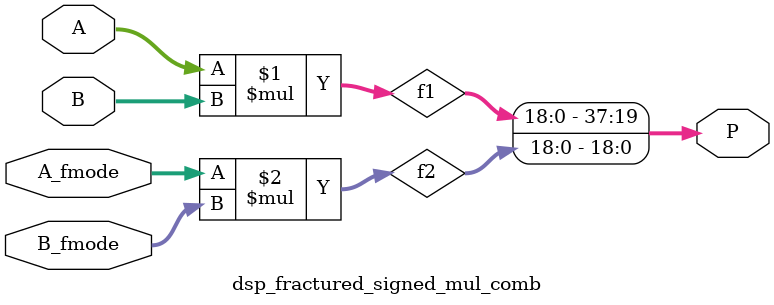
<source format=sv>
module dsp_fractured_signed_mul_comb (A, B, A_fmode, B_fmode, P);
	input signed [9:0] A, A_fmode;
	input signed [8:0] B, B_fmode;
	output signed [37:0] P;
	wire [18:0] f1, f2;

		assign f1 = A * B;
		assign f2 = A_fmode * B_fmode;
		assign P  = {f1, f2};

endmodule
</source>
